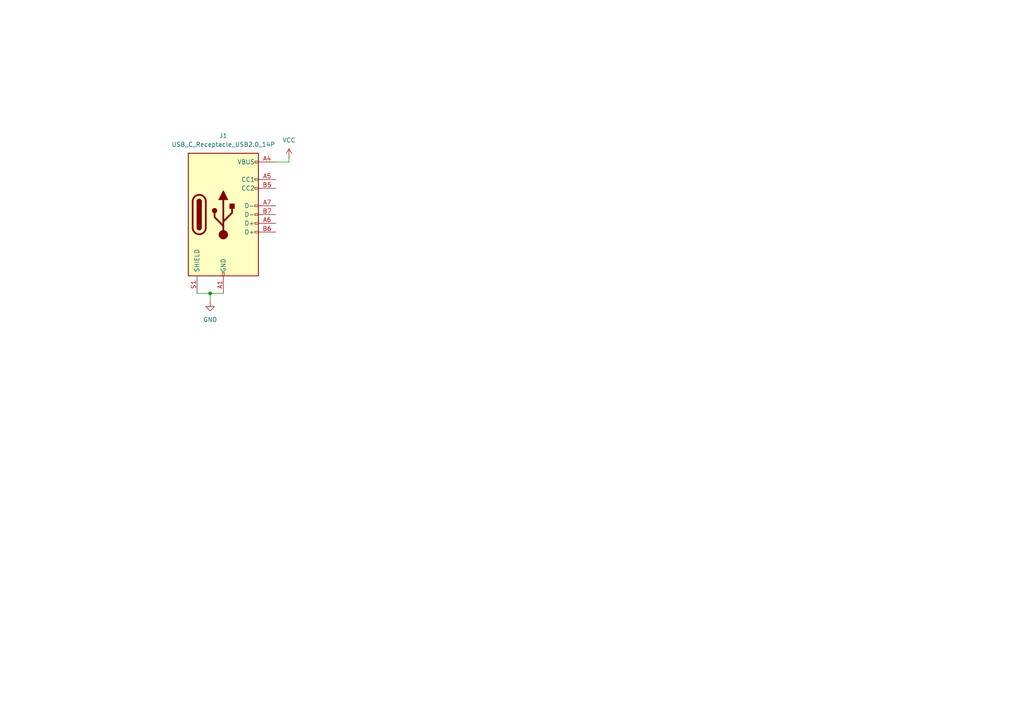
<source format=kicad_sch>
(kicad_sch (version 20250114) (generator "eeschema") (generator_version "9.0")
  (paper "A4")
  (title_block (title "Pomodoro USB Hub Framework") (date "2025-03-10") (rev "1.0") (comment 4 "By : Charles-Ariel Dion & Jacob Turcotte"))
  (lib_symbols
    (symbol "Connector:USB_C_Receptacle_USB2.0_14P" (pin_names (offset 1.016))
      (property "Reference" "J" (at 0 22.225 0))
      (property "Value" "USB_C_Receptacle_USB2.0_14P" (at 0 19.685 0))
      (symbol "USB_C_Receptacle_USB2.0_14P_0_0"
        (rectangle (start -0.254 -17.78) (end 0.254 -16.764))
        (rectangle (start 10.16 15.494) (end 9.144 14.986))
        (rectangle (start 10.16 10.414) (end 9.144 9.906))
        (rectangle (start 10.16 7.874) (end 9.144 7.366))
        (rectangle (start 10.16 2.794) (end 9.144 2.286))
        (rectangle (start 10.16 0.254) (end 9.144 -0.254))
        (rectangle (start 10.16 -2.286) (end 9.144 -2.794))
        (rectangle (start 10.16 -4.826) (end 9.144 -5.334))
      )
      (symbol "USB_C_Receptacle_USB2.0_14P_0_1"
        (rectangle (start -10.16 17.78) (end 10.16 -17.78) (stroke (width 0.254)) (fill (type background)))
        (polyline (pts (xy -8.89 -3.81) (xy -8.89 3.81)) (stroke (width 0.508)))
        (rectangle (start -7.62 -3.81) (end -6.35 3.81) (stroke (width 0.254)) (fill (type outline)))
        (arc (start -7.62 3.81) (mid -6.985 4.4423) (end -6.35 3.81) (stroke (width 0.254)))
        (arc (start -7.62 3.81) (mid -6.985 4.4423) (end -6.35 3.81) (stroke (width 0.254)) (fill (type outline)))
        (arc (start -8.89 3.81) (mid -6.985 5.7067) (end -5.08 3.81) (stroke (width 0.508)))
        (arc (start -5.08 -3.81) (mid -6.985 -5.7067) (end -8.89 -3.81) (stroke (width 0.508)))
        (arc (start -6.35 -3.81) (mid -6.985 -4.4423) (end -7.62 -3.81) (stroke (width 0.254)))
        (arc (start -6.35 -3.81) (mid -6.985 -4.4423) (end -7.62 -3.81) (stroke (width 0.254)) (fill (type outline)))
        (polyline (pts (xy -5.08 3.81) (xy -5.08 -3.81)) (stroke (width 0.508)))
        (circle (center -2.54 1.143) (radius 0.635) (stroke (width 0.254)) (fill (type outline)))
        (polyline (pts (xy -1.27 4.318) (xy 0 6.858) (xy 1.27 4.318) (xy -1.27 4.318)) (stroke (width 0.254)) (fill (type outline)))
        (polyline (pts (xy 0 -2.032) (xy 2.54 0.508) (xy 2.54 1.778)) (stroke (width 0.508)))
        (polyline (pts (xy 0 -3.302) (xy -2.54 -0.762) (xy -2.54 0.508)) (stroke (width 0.508)))
        (polyline (pts (xy 0 -5.842) (xy 0 4.318)) (stroke (width 0.508)))
        (circle (center 0 -5.842) (radius 1.27) (fill (type outline)))
        (rectangle (start 1.905 1.778) (end 3.175 3.048) (stroke (width 0.254)) (fill (type outline)))
      )
      (symbol "USB_C_Receptacle_USB2.0_14P_1_1"
        (pin passive line (at -7.62 -22.86 90) (length 5.08) (name "SHIELD") (number "S1"))
        (pin passive line (at 0 -22.86 90) (length 5.08) (name "GND") (number "A1"))
        (pin passive line (at 0 -22.86 90) (length 5.08) (hide yes) (name "GND") (number "A12"))
        (pin passive line (at 0 -22.86 90) (length 5.08) (hide yes) (name "GND") (number "B1"))
        (pin passive line (at 0 -22.86 90) (length 5.08) (hide yes) (name "GND") (number "B12"))
        (pin passive line (at 15.24 15.24 180) (length 5.08) (name "VBUS") (number "A4"))
        (pin passive line (at 15.24 15.24 180) (length 5.08) (hide yes) (name "VBUS") (number "A9"))
        (pin passive line (at 15.24 15.24 180) (length 5.08) (hide yes) (name "VBUS") (number "B4"))
        (pin passive line (at 15.24 15.24 180) (length 5.08) (hide yes) (name "VBUS") (number "B9"))
        (pin bidirectional line (at 15.24 10.16 180) (length 5.08) (name "CC1") (number "A5"))
        (pin bidirectional line (at 15.24 7.62 180) (length 5.08) (name "CC2") (number "B5"))
        (pin bidirectional line (at 15.24 2.54 180) (length 5.08) (name "D-") (number "A7"))
        (pin bidirectional line (at 15.24 0 180) (length 5.08) (name "D-") (number "B7"))
        (pin bidirectional line (at 15.24 -2.54 180) (length 5.08) (name "D+") (number "A6"))
        (pin bidirectional line (at 15.24 -5.08 180) (length 5.08) (name "D+") (number "B6"))
      )
    )
    (symbol "power:GND" (power) (pin_numbers (hide yes)) (pin_names (offset 0) (hide yes))
      (property "Value" "GND" (at 0 -3.81 0))
      (symbol "GND_0_1"
        (polyline (pts (xy 0 0) (xy 0 -1.27) (xy 1.27 -1.27) (xy 0 -2.54) (xy -1.27 -1.27) (xy 0 -1.27)))
      )
      (symbol "GND_1_1"
        (pin power_in line (at 0 0 270) (length 0) (name "~") (number "1"))
      )
    )
    (symbol "power:VCC" (power) (pin_numbers (hide yes)) (pin_names (offset 0) (hide yes))
      (property "Value" "VCC" (at 0 3.556 0))
      (symbol "VCC_0_1"
        (polyline (pts (xy -0.762 1.27) (xy 0 2.54)))
        (polyline (pts (xy 0 2.54) (xy 0.762 1.27)))
        (polyline (pts (xy 0 0) (xy 0 2.54)))
      )
      (symbol "VCC_1_1"
        (pin power_in line (at 0 0 90) (length 0) (name "~") (number "1"))
      )
    )
  )
  (junction (at 60.96 85.09))
  (wire (pts (xy 60.96 85.09) (xy 64.77 85.09)))
  (wire (pts (xy 57.15 85.09) (xy 60.96 85.09)))
  (wire (pts (xy 60.96 85.09) (xy 60.96 87.63)))
  (wire (pts (xy 83.82 45.72) (xy 83.82 46.99)))
  (wire (pts (xy 80.01 46.99) (xy 83.82 46.99)))
  (symbol (lib_id "Connector:USB_C_Receptacle_USB2.0_14P") (at 64.77 62.23 0) (unit 1)
    (property "Reference" "J1" (at 64.77 39.37 0))
    (property "Value" "USB_C_Receptacle_USB2.0_14P" (at 64.77 41.91 0))
    (property "Datasheet" "https://www.usb.org/sites/default/files/documents/usb_type-c.zip" (effects (hide yes)))
    (property "Description" "USB 2.0-only 14P Type-C Receptacle connector" (effects (hide yes)))
  )
  (symbol (lib_id "power:VCC") (at 83.82 45.72 0) (unit 1)
    (property "Reference" "#PWR02" (effects (hide yes)))
    (property "Value" "VCC" (at 83.82 40.64 0))
    (property "Description" "Power symbol creates a global label with name \"VCC\"" (effects (hide yes)))
  )
  (symbol (lib_id "power:GND") (at 60.96 87.63 0) (unit 1)
    (property "Reference" "#PWR01" (effects (hide yes)))
    (property "Value" "GND" (at 60.96 92.71 0))
    (property "Description" "Power symbol creates a global label with name \"GND\" , ground" (effects (hide yes)))
  )
)
</source>
